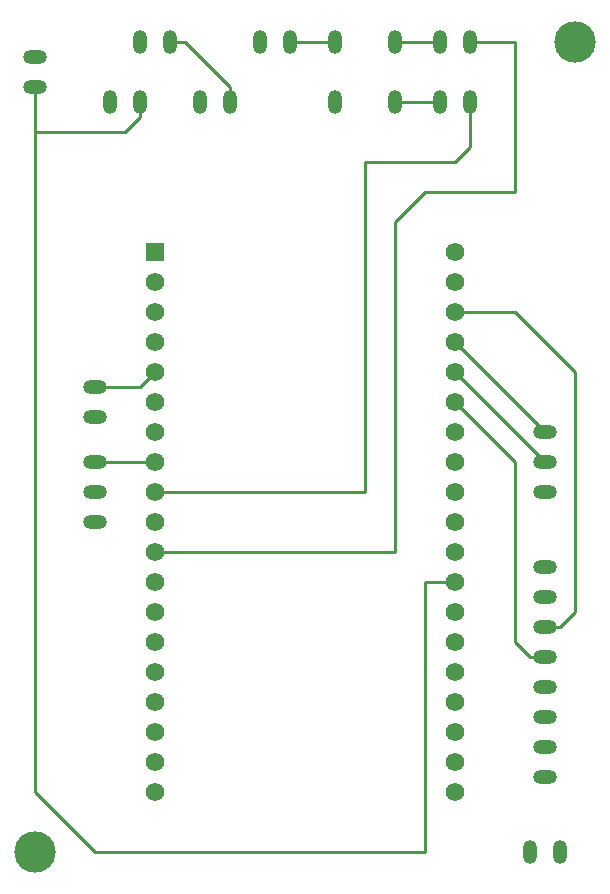
<source format=gbr>
%TF.GenerationSoftware,KiCad,Pcbnew,(6.0.5)*%
%TF.CreationDate,2022-06-25T17:15:00+09:00*%
%TF.ProjectId,test,74657374-2e6b-4696-9361-645f70636258,0*%
%TF.SameCoordinates,Original*%
%TF.FileFunction,Copper,L2,Bot*%
%TF.FilePolarity,Positive*%
%FSLAX46Y46*%
G04 Gerber Fmt 4.6, Leading zero omitted, Abs format (unit mm)*
G04 Created by KiCad (PCBNEW (6.0.5)) date 2022-06-25 17:15:00*
%MOMM*%
%LPD*%
G01*
G04 APERTURE LIST*
%TA.AperFunction,ComponentPad*%
%ADD10C,3.500000*%
%TD*%
%TA.AperFunction,ComponentPad*%
%ADD11O,2.000000X1.200000*%
%TD*%
%TA.AperFunction,ComponentPad*%
%ADD12O,1.200000X2.000000*%
%TD*%
%TA.AperFunction,ComponentPad*%
%ADD13R,1.560000X1.560000*%
%TD*%
%TA.AperFunction,ComponentPad*%
%ADD14C,1.560000*%
%TD*%
%TA.AperFunction,Conductor*%
%ADD15C,0.250000*%
%TD*%
G04 APERTURE END LIST*
D10*
%TO.P,REF\u002A\u002A,1*%
%TO.N,GND*%
X40640000Y-154940000D03*
%TD*%
%TO.P,REF\u002A\u002A,1*%
%TO.N,GND*%
X86360000Y-86360000D03*
%TD*%
D11*
%TO.P,CNN_Vib_M1,1,CH1*%
%TO.N,+5V*%
X45720000Y-127000000D03*
%TO.P,CNN_Vib_M1,2,CH2*%
%TO.N,GND*%
X45720000Y-124460000D03*
%TO.P,CNN_Vib_M1,3,CH3*%
%TO.N,Net-(U1-Pad8)*%
X45720000Y-121920000D03*
%TD*%
D12*
%TO.P,CNN_V5,1,CH1*%
%TO.N,+5V*%
X82550000Y-154940000D03*
%TO.P,CNN_V5,2,CH2*%
%TO.N,GND*%
X85090000Y-154940000D03*
%TD*%
%TO.P,U3,1,CommonAnode1*%
%TO.N,+5V*%
X66040000Y-91440000D03*
%TO.P,U3,2,BlueCathode*%
%TO.N,Net-(R1-Pad2)*%
X71120000Y-91440000D03*
%TO.P,U3,3,GreenCathode*%
%TO.N,Net-(R3-Pad2)*%
X71120000Y-86360000D03*
%TO.P,U3,4,RedCathode*%
%TO.N,Net-(R2-Pad2)*%
X66040000Y-86360000D03*
%TD*%
D11*
%TO.P,U2,1,VCC*%
%TO.N,+5V*%
X83820000Y-130810000D03*
%TO.P,U2,2,GND*%
%TO.N,GND*%
X83820000Y-133350000D03*
%TO.P,U2,3,SCL*%
%TO.N,Net-(U1-Pad22)*%
X83820000Y-135890000D03*
%TO.P,U2,4,SDA*%
%TO.N,Net-(U1-Pad25)*%
X83820000Y-138430000D03*
%TO.P,U2,5,XDA*%
%TO.N,unconnected-(U2-Pad5)*%
X83820000Y-140970000D03*
%TO.P,U2,6,XCL*%
%TO.N,unconnected-(U2-Pad6)*%
X83820000Y-143510000D03*
%TO.P,U2,7,ADD*%
%TO.N,unconnected-(U2-Pad7)*%
X83820000Y-146050000D03*
%TO.P,U2,8,INT*%
%TO.N,unconnected-(U2-Pad8)*%
X83820000Y-148590000D03*
%TD*%
D13*
%TO.P,U1,1,3V3*%
%TO.N,Net-(R5-Pad2)*%
X50800000Y-104140000D03*
D14*
%TO.P,U1,2,EN*%
%TO.N,unconnected-(U1-Pad2)*%
X50800000Y-106680000D03*
%TO.P,U1,19,EXT_5V*%
%TO.N,+5V*%
X50800000Y-149860000D03*
%TO.P,U1,3,SENSOR_VP*%
%TO.N,unconnected-(U1-Pad3)*%
X50800000Y-109220000D03*
%TO.P,U1,4,SENSOR_VN*%
%TO.N,unconnected-(U1-Pad4)*%
X50800000Y-111760000D03*
%TO.P,U1,5,IO34*%
%TO.N,Net-(U1-Pad5)*%
X50800000Y-114300000D03*
%TO.P,U1,6,IO35*%
%TO.N,unconnected-(U1-Pad6)*%
X50800000Y-116840000D03*
%TO.P,U1,7,IO32*%
%TO.N,Net-(U1-Pad7)*%
X50800000Y-119380000D03*
%TO.P,U1,8,IO33*%
%TO.N,Net-(U1-Pad8)*%
X50800000Y-121920000D03*
%TO.P,U1,9,IO25*%
%TO.N,Net-(U1-Pad9)*%
X50800000Y-124460000D03*
%TO.P,U1,10,IO26*%
%TO.N,Net-(U1-Pad10)*%
X50800000Y-127000000D03*
%TO.P,U1,11,IO27*%
%TO.N,Net-(U1-Pad11)*%
X50800000Y-129540000D03*
%TO.P,U1,12,IO14*%
%TO.N,unconnected-(U1-Pad12)*%
X50800000Y-132080000D03*
%TO.P,U1,13,IO12*%
%TO.N,unconnected-(U1-Pad13)*%
X50800000Y-134620000D03*
%TO.P,U1,14,GND1*%
%TO.N,unconnected-(U1-Pad14)*%
X50800000Y-137160000D03*
%TO.P,U1,15,IO13*%
%TO.N,unconnected-(U1-Pad15)*%
X50800000Y-139700000D03*
%TO.P,U1,16,SD2*%
%TO.N,unconnected-(U1-Pad16)*%
X50800000Y-142240000D03*
%TO.P,U1,17,SD3*%
%TO.N,unconnected-(U1-Pad17)*%
X50800000Y-144780000D03*
%TO.P,U1,18,CMD*%
%TO.N,unconnected-(U1-Pad18)*%
X50800000Y-147320000D03*
%TO.P,U1,20,GND3*%
%TO.N,GND*%
X76200000Y-104140000D03*
%TO.P,U1,21,IO23*%
%TO.N,unconnected-(U1-Pad21)*%
X76200000Y-106680000D03*
%TO.P,U1,22,IO22*%
%TO.N,Net-(U1-Pad22)*%
X76200000Y-109220000D03*
%TO.P,U1,23,TXD0*%
%TO.N,Net-(U1-Pad23)*%
X76200000Y-111760000D03*
%TO.P,U1,24,RXD0*%
%TO.N,Net-(U1-Pad24)*%
X76200000Y-114300000D03*
%TO.P,U1,25,IO21*%
%TO.N,Net-(U1-Pad25)*%
X76200000Y-116840000D03*
%TO.P,U1,26,GND2*%
%TO.N,unconnected-(U1-Pad26)*%
X76200000Y-119380000D03*
%TO.P,U1,27,IO19*%
%TO.N,unconnected-(U1-Pad27)*%
X76200000Y-121920000D03*
%TO.P,U1,28,IO18*%
%TO.N,unconnected-(U1-Pad28)*%
X76200000Y-124460000D03*
%TO.P,U1,29,IO5*%
%TO.N,unconnected-(U1-Pad29)*%
X76200000Y-127000000D03*
%TO.P,U1,30,IO17*%
%TO.N,unconnected-(U1-Pad30)*%
X76200000Y-129540000D03*
%TO.P,U1,31,IO16*%
%TO.N,Net-(U1-Pad31)*%
X76200000Y-132080000D03*
%TO.P,U1,32,IO4*%
%TO.N,unconnected-(U1-Pad32)*%
X76200000Y-134620000D03*
%TO.P,U1,33,IO0*%
%TO.N,unconnected-(U1-Pad33)*%
X76200000Y-137160000D03*
%TO.P,U1,34,IO2*%
%TO.N,unconnected-(U1-Pad34)*%
X76200000Y-139700000D03*
%TO.P,U1,35,IO15*%
%TO.N,unconnected-(U1-Pad35)*%
X76200000Y-142240000D03*
%TO.P,U1,36,SD1*%
%TO.N,unconnected-(U1-Pad36)*%
X76200000Y-144780000D03*
%TO.P,U1,37,SD0*%
%TO.N,unconnected-(U1-Pad37)*%
X76200000Y-147320000D03*
%TO.P,U1,38,CLK*%
%TO.N,unconnected-(U1-Pad38)*%
X76200000Y-149860000D03*
%TD*%
D12*
%TO.P,R5,1*%
%TO.N,Net-(U1-Pad31)*%
X49530000Y-91440000D03*
%TO.P,R5,2*%
%TO.N,Net-(R5-Pad2)*%
X46990000Y-91440000D03*
%TD*%
%TO.P,R4,1*%
%TO.N,Net-(U1-Pad7)*%
X57150000Y-91440000D03*
%TO.P,R4,2*%
%TO.N,GND*%
X54610000Y-91440000D03*
%TD*%
%TO.P,R3,1*%
%TO.N,Net-(U1-Pad11)*%
X77470000Y-86360000D03*
%TO.P,R3,2*%
%TO.N,Net-(R3-Pad2)*%
X74930000Y-86360000D03*
%TD*%
%TO.P,R2,1*%
%TO.N,Net-(U1-Pad10)*%
X59690000Y-86360000D03*
%TO.P,R2,2*%
%TO.N,Net-(R2-Pad2)*%
X62230000Y-86360000D03*
%TD*%
%TO.P,R1,1*%
%TO.N,Net-(U1-Pad9)*%
X77470000Y-91440000D03*
%TO.P,R1,2*%
%TO.N,Net-(R1-Pad2)*%
X74930000Y-91440000D03*
%TD*%
D11*
%TO.P,CNN_TX_RX1,1,CH1*%
%TO.N,Net-(U1-Pad23)*%
X83820000Y-119380000D03*
%TO.P,CNN_TX_RX1,2,CH2*%
%TO.N,Net-(U1-Pad24)*%
X83820000Y-121920000D03*
%TO.P,CNN_TX_RX1,3,CH3*%
%TO.N,GND*%
X83820000Y-124460000D03*
%TD*%
%TO.P,CNN_SW1,1,CH1*%
%TO.N,Net-(U1-Pad31)*%
X40640000Y-90170000D03*
%TO.P,CNN_SW1,2,CH2*%
%TO.N,GND*%
X40640000Y-87630000D03*
%TD*%
%TO.P,CNN_BZ1,1,CH1*%
%TO.N,Net-(U1-Pad5)*%
X45720000Y-115570000D03*
%TO.P,CNN_BZ1,2,CH2*%
%TO.N,GND*%
X45720000Y-118110000D03*
%TD*%
D12*
%TO.P,CdS1M1,1*%
%TO.N,Net-(R5-Pad2)*%
X49530000Y-86360000D03*
%TO.P,CdS1M1,2*%
%TO.N,Net-(U1-Pad7)*%
X52070000Y-86360000D03*
%TD*%
D15*
%TO.N,Net-(U1-Pad31)*%
X45720000Y-154940000D02*
X40640000Y-149860000D01*
X40640000Y-149860000D02*
X40640000Y-90170000D01*
X73660000Y-154940000D02*
X45720000Y-154940000D01*
X73660000Y-132080000D02*
X73660000Y-154940000D01*
X76200000Y-132080000D02*
X73660000Y-132080000D01*
%TO.N,Net-(U1-Pad8)*%
X45720000Y-121920000D02*
X50800000Y-121920000D01*
%TO.N,Net-(U1-Pad9)*%
X77470000Y-95250000D02*
X77470000Y-91440000D01*
X76200000Y-96520000D02*
X77470000Y-95250000D01*
X68580000Y-96520000D02*
X76200000Y-96520000D01*
X68580000Y-124460000D02*
X68580000Y-96520000D01*
X50800000Y-124460000D02*
X68580000Y-124460000D01*
%TO.N,Net-(U1-Pad11)*%
X71120000Y-101600000D02*
X71120000Y-129540000D01*
X71120000Y-129540000D02*
X50800000Y-129540000D01*
X81280000Y-99060000D02*
X73660000Y-99060000D01*
X73660000Y-99060000D02*
X71120000Y-101600000D01*
X77470000Y-86360000D02*
X81280000Y-86360000D01*
X81280000Y-86360000D02*
X81280000Y-99060000D01*
%TO.N,Net-(U1-Pad31)*%
X40640000Y-91440000D02*
X40640000Y-93980000D01*
X40640000Y-90170000D02*
X40640000Y-91440000D01*
%TO.N,Net-(U1-Pad25)*%
X81280000Y-121920000D02*
X76200000Y-116840000D01*
X81280000Y-137160000D02*
X81280000Y-121920000D01*
X82550000Y-138430000D02*
X81280000Y-137160000D01*
X83820000Y-138430000D02*
X82550000Y-138430000D01*
%TO.N,Net-(U1-Pad24)*%
X76200000Y-114300000D02*
X83820000Y-121920000D01*
%TO.N,Net-(U1-Pad23)*%
X83820000Y-119380000D02*
X76200000Y-111760000D01*
%TO.N,Net-(U1-Pad22)*%
X81280000Y-109220000D02*
X76200000Y-109220000D01*
X86360000Y-114300000D02*
X81280000Y-109220000D01*
X86360000Y-134620000D02*
X86360000Y-114300000D01*
X83820000Y-135890000D02*
X85090000Y-135890000D01*
X85090000Y-135890000D02*
X86360000Y-134620000D01*
%TO.N,Net-(R1-Pad2)*%
X71120000Y-91440000D02*
X74930000Y-91440000D01*
%TO.N,Net-(R3-Pad2)*%
X71120000Y-86360000D02*
X74930000Y-86360000D01*
%TO.N,Net-(R2-Pad2)*%
X62230000Y-86360000D02*
X66040000Y-86360000D01*
%TO.N,Net-(U1-Pad7)*%
X57150000Y-90170000D02*
X57150000Y-91440000D01*
X52070000Y-86360000D02*
X53340000Y-86360000D01*
X53340000Y-86360000D02*
X57150000Y-90170000D01*
%TO.N,Net-(U1-Pad31)*%
X49530000Y-92710000D02*
X49530000Y-91440000D01*
X48260000Y-93980000D02*
X49530000Y-92710000D01*
X40640000Y-93980000D02*
X48260000Y-93980000D01*
%TO.N,Net-(U1-Pad5)*%
X49530000Y-115570000D02*
X50800000Y-114300000D01*
X45720000Y-115570000D02*
X49530000Y-115570000D01*
%TD*%
M02*

</source>
